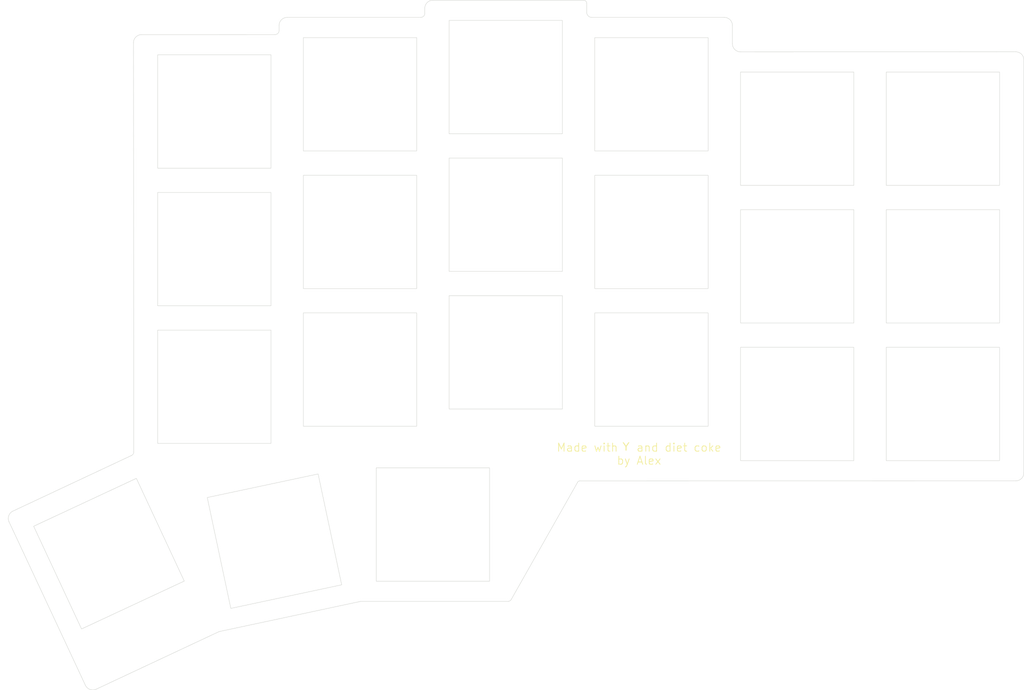
<source format=kicad_pcb>
(kicad_pcb (version 20240108) (generator "pcbnew") (generator_version "8.0")
  (layers (0 "F.Cu" signal) (31 "B.Cu" signal) (34 "B.Paste" user) (35 "F.Paste" user) (36 "B.SilkS" user "B.Silkscreen") (37 "F.SilkS" user "F.Silkscreen") (38 "B.Mask" user) (39 "F.Mask" user) (44 "Edge.Cuts" user))
  (net 0 "")
  (footprint "ScottoKeebs_Cutout:Cutout_Choc_1.00u" (layer "F.Cu") (at 106.807992 101.949151 -168)
    (property "Reference" "S17" (hide yes))
    (property "Value" "Keyswitch" (hide yes))
    (fp_poly (pts (xy -7 -7) (xy 7 -7) (xy 7 7) (xy -7 7)) (stroke (width 0.05)) (fill none) (layer "Edge.Cuts"))
  )
  (footprint "ScottoKeebs_Cutout:Cutout_Choc_1.00u" (layer "F.Cu") (at 171.37857 51 180)
    (property "Reference" "S4" (hide yes))
    (property "Value" "Keyswitch" (hide yes))
    (fp_rect (start -7 -7) (end 7 7) (stroke (width 0.05)) (fill none) (layer "Edge.Cuts"))
  )
  (footprint "ScottoKeebs_Cutout:Cutout_Choc_1.00u" (layer "F.Cu") (at 189.37857 68 180)
    (property "Reference" "S2" (hide yes))
    (property "Value" "Keyswitch" (hide yes))
    (fp_rect (start -7 -7) (end 7 7) (stroke (width 0.05)) (fill none) (layer "Edge.Cuts"))
  )
  (footprint "ScottoKeebs_Cutout:Cutout_Choc_1.00u" (layer "F.Cu") (at 189.37857 85 180)
    (property "Reference" "S3" (hide yes))
    (property "Value" "Keyswitch" (hide yes))
    (fp_rect (start -7 -7) (end 7 7) (stroke (width 0.05)) (fill none) (layer "Edge.Cuts"))
  )
  (footprint "ScottoKeebs_Cutout:Cutout_Choc_1.00u" (layer "F.Cu") (at 117.37857 63.75 180)
    (property "Reference" "S15" (hide yes))
    (property "Value" "Keyswitch" (hide yes))
    (fp_rect (start -7 -7) (end 7 7) (stroke (width 0.05)) (fill none) (layer "Edge.Cuts"))
  )
  (footprint "ScottoKeebs_Cutout:Cutout_Choc_1.00u" (layer "F.Cu") (at 99.37857 48.875 180)
    (property "Reference" "S18" (hide yes))
    (property "Value" "Keyswitch" (hide yes))
    (fp_rect (start -7 -7) (end 7 7) (stroke (width 0.05)) (fill none) (layer "Edge.Cuts"))
  )
  (footprint "ScottoKeebs_Cutout:Cutout_Choc_1.00u" (layer "F.Cu") (at 153.37857 80.75 180)
    (property "Reference" "S9" (hide yes))
    (property "Value" "Keyswitch" (hide yes))
    (fp_rect (start -7 -7) (end 7 7) (stroke (width 0.05)) (fill none) (layer "Edge.Cuts"))
  )
  (footprint "ScottoKeebs_Cutout:Cutout_Choc_1.50u" (layer "F.Cu") (at 86.36295 103.491711 115)
    (property "Reference" "S21" (hide yes))
    (property "Value" "Keyswitch" (hide yes))
    (fp_poly (pts (xy -7 -7) (xy 7 -7) (xy 7 7) (xy -7 7)) (stroke (width 0.05)) (fill none) (layer "Edge.Cuts"))
  )
  (footprint "ScottoKeebs_Cutout:Cutout_Choc_1.00u" (layer "F.Cu") (at 135.37857 44.625 180)
    (property "Reference" "S10" (hide yes))
    (property "Value" "Keyswitch" (hide yes))
    (fp_rect (start -7 -7) (end 7 7) (stroke (width 0.05)) (fill none) (layer "Edge.Cuts"))
  )
  (footprint "ScottoKeebs_Cutout:Cutout_Choc_1.00u" (layer "F.Cu") (at 126.37857 99.8922 180)
    (property "Reference" "S13" (hide yes))
    (property "Value" "Keyswitch" (hide yes))
    (fp_rect (start -7 -7) (end 7 7) (stroke (width 0.05)) (fill none) (layer "Edge.Cuts"))
  )
  (footprint "ScottoKeebs_Cutout:Cutout_Choc_1.00u" (layer "F.Cu") (at 189.37857 51 180)
    (property "Reference" "S1" (hide yes))
    (property "Value" "Keyswitch" (hide yes))
    (fp_rect (start -7 -7) (end 7 7) (stroke (width 0.05)) (fill none) (layer "Edge.Cuts"))
  )
  (footprint "ScottoKeebs_Cutout:Cutout_Choc_1.00u" (layer "F.Cu") (at 99.37857 65.875 180)
    (property "Reference" "S19" (hide yes))
    (property "Value" "Keyswitch" (hide yes))
    (fp_rect (start -7 -7) (end 7 7) (stroke (width 0.05)) (fill none) (layer "Edge.Cuts"))
  )
  (footprint "ScottoKeebs_Cutout:Cutout_Choc_1.00u" (layer "F.Cu") (at 117.37857 80.75 180)
    (property "Reference" "S16" (hide yes))
    (property "Value" "Keyswitch" (hide yes))
    (fp_rect (start -7 -7) (end 7 7) (stroke (width 0.05)) (fill none) (layer "Edge.Cuts"))
  )
  (footprint "ScottoKeebs_Cutout:Cutout_Choc_1.00u" (layer "F.Cu") (at 135.37857 78.625 180)
    (property "Reference" "S12" (hide yes))
    (property "Value" "Keyswitch" (hide yes))
    (fp_rect (start -7 -7) (end 7 7) (stroke (width 0.05)) (fill none) (layer "Edge.Cuts"))
  )
  (footprint "ScottoKeebs_Cutout:Cutout_Choc_1.00u" (layer "F.Cu") (at 153.37857 46.75 180)
    (property "Reference" "S7" (hide yes))
    (property "Value" "Keyswitch" (hide yes))
    (fp_rect (start -7 -7) (end 7 7) (stroke (width 0.05)) (fill none) (layer "Edge.Cuts"))
  )
  (footprint "ScottoKeebs_Cutout:Cutout_Choc_1.00u" (layer "F.Cu") (at 99.37857 82.875 180)
    (property "Reference" "S20" (hide yes))
    (property "Value" "Keyswitch" (hide yes))
    (fp_rect (start -7 -7) (end 7 7) (stroke (width 0.05)) (fill none) (layer "Edge.Cuts"))
  )
  (footprint "ScottoKeebs_Cutout:Cutout_Choc_1.00u" (layer "F.Cu") (at 171.37857 68 180)
    (property "Reference" "S5" (hide yes))
    (property "Value" "Keyswitch" (hide yes))
    (fp_rect (start -7 -7) (end 7 7) (stroke (width 0.05)) (fill none) (layer "Edge.Cuts"))
  )
  (footprint "ScottoKeebs_Cutout:Cutout_Choc_1.00u" (layer "F.Cu") (at 153.37857 63.75 180)
    (property "Reference" "S8" (hide yes))
    (property "Value" "Keyswitch" (hide yes))
    (fp_rect (start -7 -7) (end 7 7) (stroke (width 0.05)) (fill none) (layer "Edge.Cuts"))
  )
  (footprint "ScottoKeebs_Cutout:Cutout_Choc_1.00u" (layer "F.Cu") (at 135.37857 61.625 180)
    (property "Reference" "S11" (hide yes))
    (property "Value" "Keyswitch" (hide yes))
    (fp_rect (start -7 -7) (end 7 7) (stroke (width 0.05)) (fill none) (layer "Edge.Cuts"))
  )
  (footprint "ScottoKeebs_Cutout:Cutout_Choc_1.00u" (layer "F.Cu") (at 171.37857 85 180)
    (property "Reference" "S6" (hide yes))
    (property "Value" "Keyswitch" (hide yes))
    (fp_rect (start -7 -7) (end 7 7) (stroke (width 0.05)) (fill none) (layer "Edge.Cuts"))
  )
  (footprint "ScottoKeebs_Cutout:Cutout_Choc_1.00u" (layer "F.Cu") (at 117.37857 46.75 180)
    (property "Reference" "S14" (hide yes))
    (property "Value" "Keyswitch" (hide yes))
    (fp_rect (start -7 -7) (end 7 7) (stroke (width 0.05)) (fill none) (layer "Edge.Cuts"))
  )
  (footprint "" (layer "B.Cu") (at 108.37857 55.25 180)
    (property "Reference" "" (at 0 0 0) (layer "B.SilkS") (effects (font (size 1.27 1.27)) (justify mirror)))
    (property "Value" "")
    (pad "" np_thru_hole circle (at 0 0 180) (size 2.2 2.2) (drill 2.2) (layers "F&B.Cu" "*.Mask"))
  )
  (footprint "" (layer "B.Cu") (at 108.37857 74.375 180)
    (property "Reference" "" (at 0 0 0) (layer "B.SilkS") (effects (font (size 1.27 1.27)) (justify mirror)))
    (property "Value" "")
    (pad "" np_thru_hole circle (at 0 0 180) (size 2.2 2.2) (drill 2.2) (layers "F&B.Cu" "*.Mask"))
  )
  (footprint "" (layer "B.Cu") (at 180.37857 76.5 180)
    (property "Reference" "" (at 0 0 0) (layer "B.SilkS") (effects (font (size 1.27 1.27)) (justify mirror)))
    (property "Value" "")
    (pad "" np_thru_hole circle (at 0 0 180) (size 2.2 2.2) (drill 2.2) (layers "F&B.Cu" "*.Mask"))
  )
  (footprint "" (layer "B.Cu") (at 97.12857 93.5172 180)
    (property "Reference" "" (at 0 0 0) (layer "B.SilkS") (effects (font (size 1.27 1.27)) (justify mirror)))
    (property "Value" "")
    (pad "" np_thru_hole circle (at 0 0 180) (size 2.2 2.2) (drill 2.2) (layers "F&B.Cu" "*.Mask"))
  )
  (footprint "" (layer "B.Cu") (at 139.87857 91.375 180)
    (property "Reference" "" (at 0 0 0) (layer "B.SilkS") (effects (font (size 1.27 1.27)) (justify mirror)))
    (property "Value" "")
    (pad "" np_thru_hole circle (at 0 0 180) (size 2.2 2.2) (drill 2.2) (layers "F&B.Cu" "*.Mask"))
  )
  (footprint "" (layer "B.Cu") (at 180.37857 59.5 180)
    (property "Reference" "" (at 0 0 0) (layer "B.SilkS") (effects (font (size 1.27 1.27)) (justify mirror)))
    (property "Value" "")
    (pad "" np_thru_hole circle (at 0 0 180) (size 2.2 2.2) (drill 2.2) (layers "F&B.Cu" "*.Mask"))
  )
  (gr_line (start 89.393454 40.358716) (end 89.429846 90.927) (stroke (width 0.05)) (layer "Edge.Cuts"))
  (gr_arc (start 89.393454 40.358716) (mid 89.686499 39.671346) (end 90.372939 39.37613) (stroke (width 0.05)) (layer "Edge.Cuts"))
  (gr_line (start 146.01357 37.25) (end 162.37857 37.25) (stroke (width 0.05)) (layer "Edge.Cuts"))
  (gr_line (start 99.96468 113.119122) (end 84.781703 120.236573) (stroke (width 0.05)) (layer "Edge.Cuts"))
  (gr_arc (start 146.01357 37.25) (mid 145.564557 37.064013) (end 145.37857 36.615) (stroke (width 0.05)) (layer "Edge.Cuts"))
  (gr_line (start 90.373 39.378551) (end 106.87057 39.375) (stroke (width 0.05)) (layer "Edge.Cuts"))
  (gr_line (start 125.37857 36.742) (end 125.37857 36.125) (stroke (width 0.05)) (layer "Edge.Cuts"))
  (gr_line (start 135.67857 109.3922) (end 117.41468 109.394122) (stroke (width 0.05)) (layer "Edge.Cuts"))
  (gr_arc (start 125.37857 36.742) (mid 125.22978 37.10121) (end 124.87057 37.25) (stroke (width 0.05)) (layer "Edge.Cuts"))
  (gr_line (start 164.37857 41.505636) (end 198.37857 41.5) (stroke (width 0.05)) (layer "Edge.Cuts"))
  (gr_line (start 136.085677 109.099307) (end 144.243529 94.691538) (stroke (width 0.05)) (layer "Edge.Cuts"))
  (gr_line (start 199.37857 42.5) (end 199.37857 93.5) (stroke (width 0.05)) (layer "Edge.Cuts"))
  (gr_arc (start 125.37857 36.125) (mid 125.671463 35.417893) (end 126.37857 35.125) (stroke (width 0.05)) (layer "Edge.Cuts"))
  (gr_arc (start 198.37857 41.5) (mid 199.085677 41.792893) (end 199.37857 42.5) (stroke (width 0.05)) (layer "Edge.Cuts"))
  (gr_arc (start 199.37857 93.5) (mid 199.085677 94.207107) (end 198.37857 94.5) (stroke (width 0.05)) (layer "Edge.Cuts"))
  (gr_line (start 126.37857 35.125) (end 144.99757 35.125) (stroke (width 0.05)) (layer "Edge.Cuts"))
  (gr_arc (start 107.37857 38.867) (mid 107.22978 39.22621) (end 106.87057 39.375) (stroke (width 0.05)) (layer "Edge.Cuts"))
  (gr_arc (start 136.085676 109.099307) (mid 135.921185 109.299896) (end 135.678505 109.391545) (stroke (width 0.05)) (layer "Edge.Cuts"))
  (gr_arc (start 107.37857 38.25) (mid 107.671463 37.542893) (end 108.37857 37.25) (stroke (width 0.05)) (layer "Edge.Cuts"))
  (gr_arc (start 144.99757 35.125) (mid 145.266978 35.236592) (end 145.37857 35.506) (stroke (width 0.05)) (layer "Edge.Cuts"))
  (gr_line (start 108.37857 37.25) (end 124.87057 37.25) (stroke (width 0.05)) (layer "Edge.Cuts"))
  (gr_line (start 117.41468 109.394122) (end 99.96468 113.119122) (stroke (width 0.05)) (layer "Edge.Cuts"))
  (gr_arc (start 89.429846 90.927) (mid 89.347449 91.195678) (end 89.12859 91.371968) (stroke (width 0.05)) (layer "Edge.Cuts"))
  (gr_line (start 74.485818 98.240679) (end 89.12859 91.371968) (stroke (width 0.05)) (layer "Edge.Cuts"))
  (gr_line (start 163.37857 38.225311) (end 163.378571 40.475) (stroke (width 0.05)) (layer "Edge.Cuts"))
  (gr_line (start 145.37857 35.506) (end 145.37857 36.615) (stroke (width 0.05)) (layer "Edge.Cuts"))
  (gr_arc (start 162.37857 37.25) (mid 163.076998 37.534201) (end 163.37857 38.225311) (stroke (width 0.05)) (layer "Edge.Cuts"))
  (gr_line (start 74.009564 99.536652) (end 83.43968 119.719122) (stroke (width 0.05)) (layer "Edge.Cuts"))
  (gr_arc (start 74.009565 99.536652) (mid 73.990762 98.794247) (end 74.485818 98.240679) (stroke (width 0.05)) (layer "Edge.Cuts"))
  (gr_arc (start 84.781703 120.236573) (mid 84.002114 120.259433) (end 83.43968 119.719122) (stroke (width 0.05)) (layer "Edge.Cuts"))
  (gr_line (start 144.51468 94.507961) (end 198.37857 94.5) (stroke (width 0.05)) (layer "Edge.Cuts"))
  (gr_line (start 107.37857 38.867) (end 107.37857 38.25) (stroke (width 0.05)) (layer "Edge.Cuts"))
  (gr_arc (start 164.37857 41.505636) (mid 163.662217 41.20352) (end 163.378571 40.479659) (stroke (width 0.05)) (layer "Edge.Cuts"))
  (gr_arc (start 144.243529 94.691538) (mid 144.350956 94.558175) (end 144.51468 94.507961) (stroke (width 0.05)) (layer "Edge.Cuts"))
  (gr_text "Made with   and diet coke\nby Alex" (at 151.841 92.578 0) (layer "F.SilkS") (effects (font (size 1 1) (thickness 0.1)) (justify bottom)))
  (gr_text "Y" (at 149.809 90.927 0) (layer "F.SilkS") (effects (font (size 1 1) (thickness 0.1)) (justify left bottom)))
)
</source>
